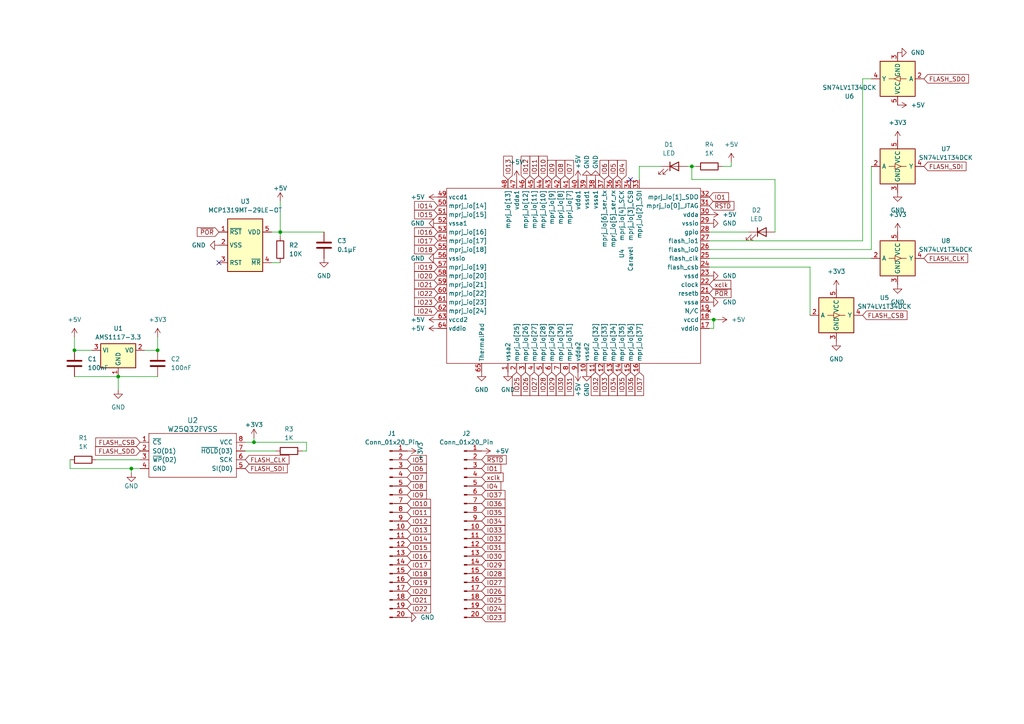
<source format=kicad_sch>
(kicad_sch (version 20230121) (generator eeschema)
  (paper "A4")
  (lib_symbols
    (symbol "Caravel_board:Caravel"
      (property "Reference" "U" (at 0 0 0))
      (property "Value" "Caravel" (at 0 0 0))
      (symbol "Caravel_0_1"
        (rectangle (start -26.67 40.64) (end 24.13 -33.02))
      )
      (symbol "Caravel_1_1"
        (pin power_in line (at -29.21 22.86 0) (length 2.54) (name "vssa2") (number "1"))
        (pin power_in line (at -29.21 0 0) (length 2.54) (name "vssd2") (number "10"))
        (pin bidirectional line (at -29.21 -2.54 0) (length 2.54) (name "mprj_io[32]") (number "11"))
        (pin bidirectional line (at -29.21 -5.08 0) (length 2.54) (name "mprj_io[33]") (number "12"))
        (pin bidirectional line (at -29.21 -7.62 0) (length 2.54) (name "mprj_io[34]") (number "13"))
        (pin bidirectional line (at -29.21 -10.16 0) (length 2.54) (name "mprj_io[35]") (number "14"))
        (pin bidirectional line (at -29.21 -12.7 0) (length 2.54) (name "mprj_io[36]") (number "15"))
        (pin bidirectional line (at -29.21 -15.24 0) (length 2.54) (name "mprj_io[37]") (number "16"))
        (pin power_in line (at -16.51 -35.56 90) (length 2.54) (name "vddio") (number "17"))
        (pin power_in line (at -13.97 -35.56 90) (length 2.54) (name "vccd") (number "18"))
        (pin no_connect line (at -11.43 -35.56 90) (length 2.54) (name "N/C") (number "19"))
        (pin bidirectional line (at -29.21 20.32 0) (length 2.54) (name "mprj_io[25]") (number "2"))
        (pin power_in line (at -8.89 -35.56 90) (length 2.54) (name "vssa") (number "20"))
        (pin input line (at -6.35 -35.56 90) (length 2.54) (name "resetb") (number "21"))
        (pin input line (at -3.81 -35.56 90) (length 2.54) (name "clock") (number "22"))
        (pin power_in line (at -1.27 -35.56 90) (length 2.54) (name "vssd") (number "23"))
        (pin output line (at 1.27 -35.56 90) (length 2.54) (name "flash_csb") (number "24"))
        (pin output line (at 3.81 -35.56 90) (length 2.54) (name "flash_clk") (number "25"))
        (pin bidirectional line (at 6.35 -35.56 90) (length 2.54) (name "flash_io0") (number "26"))
        (pin bidirectional line (at 8.89 -35.56 90) (length 2.54) (name "flash_io1") (number "27"))
        (pin bidirectional line (at 11.43 -35.56 90) (length 2.54) (name "gpio") (number "28"))
        (pin power_in line (at 13.97 -35.56 90) (length 2.54) (name "vssio") (number "29"))
        (pin bidirectional line (at -29.21 17.78 0) (length 2.54) (name "mprj_io[26]") (number "3"))
        (pin power_in line (at 16.51 -35.56 90) (length 2.54) (name "vdda") (number "30"))
        (pin bidirectional line (at 19.05 -35.56 90) (length 2.54) (name "mprj_io[0]_JTAG") (number "31"))
        (pin bidirectional line (at 21.59 -35.56 90) (length 2.54) (name "mprj_io[1]_SDO") (number "32"))
        (pin bidirectional line (at 26.67 -15.24 180) (length 2.54) (name "mprj_io[2]_SDI") (number "33"))
        (pin bidirectional line (at 26.67 -12.7 180) (length 2.54) (name "mprj_io[3]_CSB") (number "34"))
        (pin bidirectional line (at 26.67 -10.16 180) (length 2.54) (name "mprj_io[4]_SCK") (number "35"))
        (pin bidirectional line (at 26.67 -7.62 180) (length 2.54) (name "mprj_io[5]_ser_rx") (number "36"))
        (pin bidirectional line (at 26.67 -5.08 180) (length 2.54) (name "mprj_io[6]_ser_tx") (number "37"))
        (pin power_in line (at 26.67 -2.54 180) (length 2.54) (name "vssa1") (number "38"))
        (pin power_in line (at 26.67 0 180) (length 2.54) (name "vssd1") (number "39"))
        (pin bidirectional line (at -29.21 15.24 0) (length 2.54) (name "mprj_io[27]") (number "4"))
        (pin power_in line (at 26.67 2.54 180) (length 2.54) (name "vdda1") (number "40"))
        (pin bidirectional line (at 26.67 5.08 180) (length 2.54) (name "mprj_io[7]") (number "41"))
        (pin bidirectional line (at 26.67 7.62 180) (length 2.54) (name "mprj_io[8]") (number "42"))
        (pin bidirectional line (at 26.67 10.16 180) (length 2.54) (name "mprj_io[9]") (number "43"))
        (pin bidirectional line (at 26.67 12.7 180) (length 2.54) (name "mprj_io[10]") (number "44"))
        (pin bidirectional line (at 26.67 15.24 180) (length 2.54) (name "mprj_io[11]") (number "45"))
        (pin bidirectional line (at 26.67 17.78 180) (length 2.54) (name "mprj_io[12]") (number "46"))
        (pin power_in line (at 26.67 20.32 180) (length 2.54) (name "vdda1") (number "47"))
        (pin bidirectional line (at 26.67 22.86 180) (length 2.54) (name "mprj_io[13]") (number "48"))
        (pin power_in line (at 21.59 43.18 270) (length 2.54) (name "vccd1") (number "49"))
        (pin bidirectional line (at -29.21 12.7 0) (length 2.54) (name "mprj_io[28]") (number "5"))
        (pin bidirectional line (at 19.05 43.18 270) (length 2.54) (name "mprj_io[14]") (number "50"))
        (pin bidirectional line (at 16.51 43.18 270) (length 2.54) (name "mprj_io[15]") (number "51"))
        (pin power_in line (at 13.97 43.18 270) (length 2.54) (name "vssa1") (number "52"))
        (pin bidirectional line (at 11.43 43.18 270) (length 2.54) (name "mprj_io[16]") (number "53"))
        (pin bidirectional line (at 8.89 43.18 270) (length 2.54) (name "mprj_io[17]") (number "54"))
        (pin bidirectional line (at 6.35 43.18 270) (length 2.54) (name "mprj_io[18]") (number "55"))
        (pin power_in line (at 3.81 43.18 270) (length 2.54) (name "vssio") (number "56"))
        (pin bidirectional line (at 1.27 43.18 270) (length 2.54) (name "mprj_io[19]") (number "57"))
        (pin bidirectional line (at -1.27 43.18 270) (length 2.54) (name "mprj_io[20]") (number "58"))
        (pin bidirectional line (at -3.81 43.18 270) (length 2.54) (name "mprj_io[21]") (number "59"))
        (pin bidirectional line (at -29.21 10.16 0) (length 2.54) (name "mprj_io[29]") (number "6"))
        (pin bidirectional line (at -6.35 43.18 270) (length 2.54) (name "mprj_io[22]") (number "60"))
        (pin bidirectional line (at -8.89 43.18 270) (length 2.54) (name "mprj_io[23]") (number "61"))
        (pin bidirectional line (at -11.43 43.18 270) (length 2.54) (name "mprj_io[24]") (number "62"))
        (pin power_in line (at -13.97 43.18 270) (length 2.54) (name "vccd2") (number "63"))
        (pin power_in line (at -16.51 43.18 270) (length 2.54) (name "vddio") (number "64"))
        (pin power_in line (at -29.21 30.48 0) (length 2.54) (name "ThermalPad") (number "65"))
        (pin bidirectional line (at -29.21 7.62 0) (length 2.54) (name "mprj_io[30]") (number "7"))
        (pin bidirectional line (at -29.21 5.08 0) (length 2.54) (name "mprj_io[31]") (number "8"))
        (pin power_in line (at -29.21 2.54 0) (length 2.54) (name "vdda2") (number "9"))
      )
    )
    (symbol "Connector:Conn_01x20_Pin" (pin_names (offset 1.016) hide)
      (property "Reference" "J" (at 0 25.4 0))
      (property "Value" "Conn_01x20_Pin" (at 0 -27.94 0))
      (symbol "Conn_01x20_Pin_1_1"
        (polyline (pts (xy 1.27 -25.4) (xy 0.8636 -25.4)) (stroke (width 0.1524)))
        (polyline (pts (xy 1.27 -22.86) (xy 0.8636 -22.86)) (stroke (width 0.1524)))
        (polyline (pts (xy 1.27 -20.32) (xy 0.8636 -20.32)) (stroke (width 0.1524)))
        (polyline (pts (xy 1.27 -17.78) (xy 0.8636 -17.78)) (stroke (width 0.1524)))
        (polyline (pts (xy 1.27 -15.24) (xy 0.8636 -15.24)) (stroke (width 0.1524)))
        (polyline (pts (xy 1.27 -12.7) (xy 0.8636 -12.7)) (stroke (width 0.1524)))
        (polyline (pts (xy 1.27 -10.16) (xy 0.8636 -10.16)) (stroke (width 0.1524)))
        (polyline (pts (xy 1.27 -7.62) (xy 0.8636 -7.62)) (stroke (width 0.1524)))
        (polyline (pts (xy 1.27 -5.08) (xy 0.8636 -5.08)) (stroke (width 0.1524)))
        (polyline (pts (xy 1.27 -2.54) (xy 0.8636 -2.54)) (stroke (width 0.1524)))
        (polyline (pts (xy 1.27 0) (xy 0.8636 0)) (stroke (width 0.1524)))
        (polyline (pts (xy 1.27 2.54) (xy 0.8636 2.54)) (stroke (width 0.1524)))
        (polyline (pts (xy 1.27 5.08) (xy 0.8636 5.08)) (stroke (width 0.1524)))
        (polyline (pts (xy 1.27 7.62) (xy 0.8636 7.62)) (stroke (width 0.1524)))
        (polyline (pts (xy 1.27 10.16) (xy 0.8636 10.16)) (stroke (width 0.1524)))
        (polyline (pts (xy 1.27 12.7) (xy 0.8636 12.7)) (stroke (width 0.1524)))
        (polyline (pts (xy 1.27 15.24) (xy 0.8636 15.24)) (stroke (width 0.1524)))
        (polyline (pts (xy 1.27 17.78) (xy 0.8636 17.78)) (stroke (width 0.1524)))
        (polyline (pts (xy 1.27 20.32) (xy 0.8636 20.32)) (stroke (width 0.1524)))
        (polyline (pts (xy 1.27 22.86) (xy 0.8636 22.86)) (stroke (width 0.1524)))
        (rectangle (start 0.8636 -25.273) (end 0 -25.527) (stroke (width 0.1524)) (fill (type outline)))
        (rectangle (start 0.8636 -22.733) (end 0 -22.987) (stroke (width 0.1524)) (fill (type outline)))
        (rectangle (start 0.8636 -20.193) (end 0 -20.447) (stroke (width 0.1524)) (fill (type outline)))
        (rectangle (start 0.8636 -17.653) (end 0 -17.907) (stroke (width 0.1524)) (fill (type outline)))
        (rectangle (start 0.8636 -15.113) (end 0 -15.367) (stroke (width 0.1524)) (fill (type outline)))
        (rectangle (start 0.8636 -12.573) (end 0 -12.827) (stroke (width 0.1524)) (fill (type outline)))
        (rectangle (start 0.8636 -10.033) (end 0 -10.287) (stroke (width 0.1524)) (fill (type outline)))
        (rectangle (start 0.8636 -7.493) (end 0 -7.747) (stroke (width 0.1524)) (fill (type outline)))
        (rectangle (start 0.8636 -4.953) (end 0 -5.207) (stroke (width 0.1524)) (fill (type outline)))
        (rectangle (start 0.8636 -2.413) (end 0 -2.667) (stroke (width 0.1524)) (fill (type outline)))
        (rectangle (start 0.8636 0.127) (end 0 -0.127) (stroke (width 0.1524)) (fill (type outline)))
        (rectangle (start 0.8636 2.667) (end 0 2.413) (stroke (width 0.1524)) (fill (type outline)))
        (rectangle (start 0.8636 5.207) (end 0 4.953) (stroke (width 0.1524)) (fill (type outline)))
        (rectangle (start 0.8636 7.747) (end 0 7.493) (stroke (width 0.1524)) (fill (type outline)))
        (rectangle (start 0.8636 10.287) (end 0 10.033) (stroke (width 0.1524)) (fill (type outline)))
        (rectangle (start 0.8636 12.827) (end 0 12.573) (stroke (width 0.1524)) (fill (type outline)))
        (rectangle (start 0.8636 15.367) (end 0 15.113) (stroke (width 0.1524)) (fill (type outline)))
        (rectangle (start 0.8636 17.907) (end 0 17.653) (stroke (width 0.1524)) (fill (type outline)))
        (rectangle (start 0.8636 20.447) (end 0 20.193) (stroke (width 0.1524)) (fill (type outline)))
        (rectangle (start 0.8636 22.987) (end 0 22.733) (stroke (width 0.1524)) (fill (type outline)))
        (pin passive line (at 5.08 22.86 180) (length 3.81) (name "Pin_1") (number "1"))
        (pin passive line (at 5.08 0 180) (length 3.81) (name "Pin_10") (number "10"))
        (pin passive line (at 5.08 -2.54 180) (length 3.81) (name "Pin_11") (number "11"))
        (pin passive line (at 5.08 -5.08 180) (length 3.81) (name "Pin_12") (number "12"))
        (pin passive line (at 5.08 -7.62 180) (length 3.81) (name "Pin_13") (number "13"))
        (pin passive line (at 5.08 -10.16 180) (length 3.81) (name "Pin_14") (number "14"))
        (pin passive line (at 5.08 -12.7 180) (length 3.81) (name "Pin_15") (number "15"))
        (pin passive line (at 5.08 -15.24 180) (length 3.81) (name "Pin_16") (number "16"))
        (pin passive line (at 5.08 -17.78 180) (length 3.81) (name "Pin_17") (number "17"))
        (pin passive line (at 5.08 -20.32 180) (length 3.81) (name "Pin_18") (number "18"))
        (pin passive line (at 5.08 -22.86 180) (length 3.81) (name "Pin_19") (number "19"))
        (pin passive line (at 5.08 20.32 180) (length 3.81) (name "Pin_2") (number "2"))
        (pin passive line (at 5.08 -25.4 180) (length 3.81) (name "Pin_20") (number "20"))
        (pin passive line (at 5.08 17.78 180) (length 3.81) (name "Pin_3") (number "3"))
        (pin passive line (at 5.08 15.24 180) (length 3.81) (name "Pin_4") (number "4"))
        (pin passive line (at 5.08 12.7 180) (length 3.81) (name "Pin_5") (number "5"))
        (pin passive line (at 5.08 10.16 180) (length 3.81) (name "Pin_6") (number "6"))
        (pin passive line (at 5.08 7.62 180) (length 3.81) (name "Pin_7") (number "7"))
        (pin passive line (at 5.08 5.08 180) (length 3.81) (name "Pin_8") (number "8"))
        (pin passive line (at 5.08 2.54 180) (length 3.81) (name "Pin_9") (number "9"))
      )
    )
    (symbol "Device:C" (pin_numbers hide) (pin_names (offset 0.254))
      (property "Reference" "C" (at 0.635 2.54 0))
      (property "Value" "C" (at 0.635 -2.54 0))
      (symbol "C_0_1"
        (polyline (pts (xy -2.032 -0.762) (xy 2.032 -0.762)) (stroke (width 0.508)))
        (polyline (pts (xy -2.032 0.762) (xy 2.032 0.762)) (stroke (width 0.508)))
      )
      (symbol "C_1_1"
        (pin passive line (at 0 3.81 270) (length 2.794) (name "~") (number "1"))
        (pin passive line (at 0 -3.81 90) (length 2.794) (name "~") (number "2"))
      )
    )
    (symbol "Device:LED" (pin_numbers hide) (pin_names (offset 1.016) hide)
      (property "Reference" "D" (at 0 2.54 0))
      (property "Value" "LED" (at 0 -2.54 0))
      (symbol "LED_0_1"
        (polyline (pts (xy -1.27 -1.27) (xy -1.27 1.27)) (stroke (width 0.254)))
        (polyline (pts (xy -1.27 0) (xy 1.27 0)))
        (polyline (pts (xy 1.27 -1.27) (xy 1.27 1.27) (xy -1.27 0) (xy 1.27 -1.27)) (stroke (width 0.254)))
        (polyline (pts (xy -3.048 -0.762) (xy -4.572 -2.286) (xy -3.81 -2.286) (xy -4.572 -2.286) (xy -4.572 -1.524)))
        (polyline (pts (xy -1.778 -0.762) (xy -3.302 -2.286) (xy -2.54 -2.286) (xy -3.302 -2.286) (xy -3.302 -1.524)))
      )
      (symbol "LED_1_1"
        (pin passive line (at -3.81 0 0) (length 2.54) (name "K") (number "1"))
        (pin passive line (at 3.81 0 180) (length 2.54) (name "A") (number "2"))
      )
    )
    (symbol "Device:R" (pin_numbers hide) (pin_names (offset 0))
      (property "Reference" "R" (at 2.032 0 90))
      (property "Value" "R" (at 0 0 90))
      (symbol "R_0_1"
        (rectangle (start -1.016 -2.54) (end 1.016 2.54) (stroke (width 0.254)))
      )
      (symbol "R_1_1"
        (pin passive line (at 0 3.81 270) (length 1.27) (name "~") (number "1"))
        (pin passive line (at 0 -3.81 90) (length 1.27) (name "~") (number "2"))
      )
    )
    (symbol "Logic_LevelTranslator:SN74LV1T34DCK"
      (property "Reference" "U" (at 5.08 6.35 0))
      (property "Value" "SN74LV1T34DCK" (at 5.08 3.81 0))
      (symbol "SN74LV1T34DCK_0_1"
        (rectangle (start -5.08 5.08) (end 5.08 -5.08) (stroke (width 0.254)) (fill (type background)))
        (polyline (pts (xy -0.762 0) (xy -2.54 0)))
        (polyline (pts (xy 1.016 0) (xy 2.54 0)))
      )
      (symbol "SN74LV1T34DCK_1_1"
        (polyline (pts (xy -0.762 -0.762) (xy -0.762 0.762) (xy 1.016 0) (xy -0.762 -0.762)))
        (pin no_connect line (at -5.08 2.54 0) (length 2.54) hide (name "NC") (number "1"))
        (pin input line (at -7.62 0 0) (length 2.54) (name "A") (number "2"))
        (pin power_in line (at 0 -7.62 90) (length 2.54) (name "GND") (number "3"))
        (pin output line (at 7.62 0 180) (length 2.54) (name "Y") (number "4"))
        (pin power_in line (at 0 7.62 270) (length 2.54) (name "VCC") (number "5"))
      )
    )
    (symbol "Regulator_Linear:AMS1117-3.3"
      (property "Reference" "U" (at -3.81 3.175 0))
      (property "Value" "AMS1117-3.3" (at 0 3.175 0))
      (symbol "AMS1117-3.3_0_1"
        (rectangle (start -5.08 -5.08) (end 5.08 1.905) (stroke (width 0.254)) (fill (type background)))
      )
      (symbol "AMS1117-3.3_1_1"
        (pin power_in line (at 0 -7.62 90) (length 2.54) (name "GND") (number "1"))
        (pin power_out line (at 7.62 0 180) (length 2.54) (name "VO") (number "2"))
        (pin power_in line (at -7.62 0 0) (length 2.54) (name "VI") (number "3"))
      )
    )
    (symbol "caravel:MCP1319MT-29LE-OT"
      (property "Reference" "U" (at -5.08 8.89 0))
      (property "Value" "MCP1319MT-29LE-OT" (at 8.89 8.89 0))
      (symbol "MCP1319MT-29LE-OT_0_1"
        (rectangle (start 5.08 7.62) (end -5.08 -7.62) (stroke (width 0.254)) (fill (type background)))
      )
      (symbol "MCP1319MT-29LE-OT_1_1"
        (pin output line (at -7.62 3.81 0) (length 2.54) (name "~{RST}") (number "1"))
        (pin power_in line (at -7.62 0 0) (length 2.54) (name "VSS") (number "2"))
        (pin output line (at -7.62 -5.08 0) (length 2.54) (name "RST") (number "3"))
        (pin input line (at 7.62 -5.08 180) (length 2.54) (name "~{MR}") (number "4"))
        (pin power_in line (at 7.62 3.81 180) (length 2.54) (name "VDD") (number "5"))
      )
    )
    (symbol "caravel:W25Q32FVSS" (pin_names (offset 1.016))
      (property "Reference" "U" (at -12.7 5.334 0))
      (property "Value" "W25Q32FVSS" (at -12.7 -7.874 0))
      (symbol "W25Q32FVSS_1_0"
        (polyline (pts (xy -12.7 -7.62) (xy -12.7 5.08)))
        (polyline (pts (xy -12.7 5.08) (xy 12.7 5.08)))
        (polyline (pts (xy 12.7 -7.62) (xy -12.7 -7.62)))
        (polyline (pts (xy 12.7 5.08) (xy 12.7 -7.62)))
        (pin input line (at -15.24 2.54 0) (length 2.54) (name "~{CS}") (number "1"))
        (pin bidirectional line (at -15.24 0 0) (length 2.54) (name "SO(D1)") (number "2"))
        (pin bidirectional line (at -15.24 -2.54 0) (length 2.54) (name "~{WP}(D2)") (number "3"))
        (pin power_in line (at -15.24 -5.08 0) (length 2.54) (name "GND") (number "4"))
        (pin bidirectional line (at 15.24 -5.08 180) (length 2.54) (name "SI(D0)") (number "5"))
        (pin bidirectional line (at 15.24 -2.54 180) (length 2.54) (name "SCK") (number "6"))
        (pin bidirectional line (at 15.24 0 180) (length 2.54) (name "~{HOLD}(D3)") (number "7"))
        (pin power_in line (at 15.24 2.54 180) (length 2.54) (name "VCC") (number "8"))
      )
    )
    (symbol "power:+3V3" (power) (pin_names (offset 0))
      (property "Value" "+3V3" (at 0 3.556 0))
      (symbol "+3V3_0_1"
        (polyline (pts (xy -0.762 1.27) (xy 0 2.54)))
        (polyline (pts (xy 0 0) (xy 0 2.54)))
        (polyline (pts (xy 0 2.54) (xy 0.762 1.27)))
      )
      (symbol "+3V3_1_1"
        (pin power_in line (at 0 0 90) (length 0) hide (name "+3V3") (number "1"))
      )
    )
    (symbol "power:+5V" (power) (pin_names (offset 0))
      (property "Value" "+5V" (at 0 3.556 0))
      (symbol "+5V_0_1"
        (polyline (pts (xy -0.762 1.27) (xy 0 2.54)))
        (polyline (pts (xy 0 0) (xy 0 2.54)))
        (polyline (pts (xy 0 2.54) (xy 0.762 1.27)))
      )
      (symbol "+5V_1_1"
        (pin power_in line (at 0 0 90) (length 0) hide (name "+5V") (number "1"))
      )
    )
    (symbol "power:GND" (power) (pin_names (offset 0))
      (property "Value" "GND" (at 0 -3.81 0))
      (symbol "GND_0_1"
        (polyline (pts (xy 0 0) (xy 0 -1.27) (xy 1.27 -1.27) (xy 0 -2.54) (xy -1.27 -1.27) (xy 0 -1.27)))
      )
      (symbol "GND_1_1"
        (pin power_in line (at 0 0 270) (length 0) hide (name "GND") (number "1"))
      )
    )
  )
  (junction (at 21.59 101.6))
  (junction (at 200.66 48.26))
  (junction (at 45.72 101.6))
  (junction (at 38.1 135.89))
  (junction (at 207.01 92.71))
  (junction (at 73.66 128.27))
  (junction (at 81.28 67.31))
  (junction (at 34.29 109.22))
  (no_connect (at 182.88 52.07))
  (no_connect (at 63.5 76.2))
  (wire (pts (xy 45.72 97.79) (xy 45.72 101.6)))
  (wire (pts (xy 205.74 92.71) (xy 207.01 92.71)))
  (wire (pts (xy 81.28 67.31) (xy 93.98 67.31)))
  (wire (pts (xy 87.63 130.81) (xy 88.9 130.81)))
  (wire (pts (xy 27.94 133.35) (xy 40.64 133.35)))
  (wire (pts (xy 45.72 101.6) (xy 41.91 101.6)))
  (wire (pts (xy 81.28 68.58) (xy 81.28 67.31)))
  (wire (pts (xy 81.28 67.31) (xy 78.74 67.31)))
  (wire (pts (xy 81.28 58.42) (xy 81.28 67.31)))
  (wire (pts (xy 73.66 128.27) (xy 88.9 128.27)))
  (wire (pts (xy 200.66 52.07) (xy 200.66 48.26)))
  (wire (pts (xy 185.42 48.26) (xy 185.42 52.07)))
  (wire (pts (xy 205.74 77.47) (xy 234.95 77.47)))
  (wire (pts (xy 205.74 95.25) (xy 207.01 95.25)))
  (wire (pts (xy 20.32 133.35) (xy 20.32 135.89)))
  (wire (pts (xy 38.1 137.16) (xy 38.1 135.89)))
  (wire (pts (xy 21.59 97.79) (xy 21.59 101.6)))
  (wire (pts (xy 205.74 67.31) (xy 217.17 67.31)))
  (wire (pts (xy 34.29 109.22) (xy 34.29 113.03)))
  (wire (pts (xy 71.12 128.27) (xy 73.66 128.27)))
  (wire (pts (xy 250.19 22.86) (xy 250.19 69.85)))
  (wire (pts (xy 252.73 72.39) (xy 205.74 72.39)))
  (wire (pts (xy 250.19 69.85) (xy 205.74 69.85)))
  (wire (pts (xy 207.01 95.25) (xy 207.01 92.71)))
  (wire (pts (xy 71.12 130.81) (xy 80.01 130.81)))
  (wire (pts (xy 212.09 46.99) (xy 212.09 48.26)))
  (wire (pts (xy 38.1 135.89) (xy 40.64 135.89)))
  (wire (pts (xy 73.66 127) (xy 73.66 128.27)))
  (wire (pts (xy 21.59 101.6) (xy 26.67 101.6)))
  (wire (pts (xy 199.39 48.26) (xy 200.66 48.26)))
  (wire (pts (xy 191.77 48.26) (xy 185.42 48.26)))
  (wire (pts (xy 234.95 77.47) (xy 234.95 91.44)))
  (wire (pts (xy 224.79 52.07) (xy 200.66 52.07)))
  (wire (pts (xy 212.09 48.26) (xy 209.55 48.26)))
  (wire (pts (xy 205.74 74.93) (xy 252.73 74.93)))
  (wire (pts (xy 88.9 130.81) (xy 88.9 128.27)))
  (wire (pts (xy 200.66 48.26) (xy 201.93 48.26)))
  (wire (pts (xy 224.79 67.31) (xy 224.79 52.07)))
  (wire (pts (xy 21.59 109.22) (xy 34.29 109.22)))
  (wire (pts (xy 207.01 92.71) (xy 208.28 92.71)))
  (wire (pts (xy 20.32 135.89) (xy 38.1 135.89)))
  (wire (pts (xy 78.74 76.2) (xy 81.28 76.2)))
  (wire (pts (xy 252.73 48.26) (xy 252.73 72.39)))
  (wire (pts (xy 34.29 109.22) (xy 45.72 109.22)))
  (wire (pts (xy 252.73 22.86) (xy 250.19 22.86)))
  (global_label "IO14" (shape input) (at 127 59.69 180) (property "Intersheetrefs" "${INTERSHEET_REFS}" (effects hide)))
  (global_label "FLASH_SDI" (shape input) (at 267.97 48.26 0) (property "Intersheetrefs" "${INTERSHEET_REFS}" (effects hide)))
  (global_label "FLASH_CLK" (shape input) (at 267.97 74.93 0) (property "Intersheetrefs" "${INTERSHEET_REFS}" (effects hide)))
  (global_label "IO27" (shape input) (at 139.7 168.91 0) (property "Intersheetrefs" "${INTERSHEET_REFS}" (effects hide)))
  (global_label "IO11" (shape input) (at 154.94 52.07 90) (property "Intersheetrefs" "${INTERSHEET_REFS}" (effects hide)))
  (global_label "IO33" (shape input) (at 175.26 107.95 270) (property "Intersheetrefs" "${INTERSHEET_REFS}" (effects hide)))
  (global_label "IO10" (shape input) (at 157.48 52.07 90) (property "Intersheetrefs" "${INTERSHEET_REFS}" (effects hide)))
  (global_label "IO32" (shape input) (at 139.7 156.21 0) (property "Intersheetrefs" "${INTERSHEET_REFS}" (effects hide)))
  (global_label "IO24" (shape input) (at 127 90.17 180) (property "Intersheetrefs" "${INTERSHEET_REFS}" (effects hide)))
  (global_label "IO21" (shape input) (at 127 82.55 180) (property "Intersheetrefs" "${INTERSHEET_REFS}" (effects hide)))
  (global_label "xclk" (shape input) (at 205.74 82.55 0) (property "Intersheetrefs" "${INTERSHEET_REFS}" (effects hide)))
  (global_label "IO29" (shape input) (at 160.02 107.95 270) (property "Intersheetrefs" "${INTERSHEET_REFS}" (effects hide)))
  (global_label "IO36" (shape input) (at 139.7 146.05 0) (property "Intersheetrefs" "${INTERSHEET_REFS}" (effects hide)))
  (global_label "IO11" (shape input) (at 118.11 148.59 0) (property "Intersheetrefs" "${INTERSHEET_REFS}" (effects hide)))
  (global_label "IO20" (shape input) (at 127 80.01 180) (property "Intersheetrefs" "${INTERSHEET_REFS}" (effects hide)))
  (global_label "~{RSTD}" (shape input) (at 139.7 133.35 0) (property "Intersheetrefs" "${INTERSHEET_REFS}" (effects hide)))
  (global_label "IO37" (shape input) (at 185.42 107.95 270) (property "Intersheetrefs" "${INTERSHEET_REFS}" (effects hide)))
  (global_label "IO16" (shape input) (at 118.11 161.29 0) (property "Intersheetrefs" "${INTERSHEET_REFS}" (effects hide)))
  (global_label "IO1" (shape input) (at 139.7 135.89 0) (property "Intersheetrefs" "${INTERSHEET_REFS}" (effects hide)))
  (global_label "IO12" (shape input) (at 152.4 52.07 90) (property "Intersheetrefs" "${INTERSHEET_REFS}" (effects hide)))
  (global_label "~{POR}" (shape input) (at 63.5 67.31 180) (property "Intersheetrefs" "${INTERSHEET_REFS}" (effects hide)))
  (global_label "IO23" (shape input) (at 139.7 179.07 0) (property "Intersheetrefs" "${INTERSHEET_REFS}" (effects hide)))
  (global_label "IO19" (shape input) (at 127 77.47 180) (property "Intersheetrefs" "${INTERSHEET_REFS}" (effects hide)))
  (global_label "IO34" (shape input) (at 177.8 107.95 270) (property "Intersheetrefs" "${INTERSHEET_REFS}" (effects hide)))
  (global_label "IO18" (shape input) (at 127 72.39 180) (property "Intersheetrefs" "${INTERSHEET_REFS}" (effects hide)))
  (global_label "IO1" (shape input) (at 205.74 57.15 0) (property "Intersheetrefs" "${INTERSHEET_REFS}" (effects hide)))
  (global_label "IO24" (shape input) (at 139.7 176.53 0) (property "Intersheetrefs" "${INTERSHEET_REFS}" (effects hide)))
  (global_label "IO31" (shape input) (at 139.7 158.75 0) (property "Intersheetrefs" "${INTERSHEET_REFS}" (effects hide)))
  (global_label "IO34" (shape input) (at 139.7 151.13 0) (property "Intersheetrefs" "${INTERSHEET_REFS}" (effects hide)))
  (global_label "IO27" (shape input) (at 154.94 107.95 270) (property "Intersheetrefs" "${INTERSHEET_REFS}" (effects hide)))
  (global_label "IO19" (shape input) (at 118.11 168.91 0) (property "Intersheetrefs" "${INTERSHEET_REFS}" (effects hide)))
  (global_label "IO5" (shape input) (at 118.11 133.35 0) (property "Intersheetrefs" "${INTERSHEET_REFS}" (effects hide)))
  (global_label "FLASH_CSB" (shape input) (at 250.19 91.44 0) (property "Intersheetrefs" "${INTERSHEET_REFS}" (effects hide)))
  (global_label "FLASH_SDO" (shape input) (at 267.97 22.86 0) (property "Intersheetrefs" "${INTERSHEET_REFS}" (effects hide)))
  (global_label "IO8" (shape input) (at 162.56 52.07 90) (property "Intersheetrefs" "${INTERSHEET_REFS}" (effects hide)))
  (global_label "FLASH_CSB" (shape input) (at 40.64 128.27 180) (property "Intersheetrefs" "${INTERSHEET_REFS}" (effects hide)))
  (global_label "IO31" (shape input) (at 165.1 107.95 270) (property "Intersheetrefs" "${INTERSHEET_REFS}" (effects hide)))
  (global_label "IO4" (shape input) (at 180.34 52.07 90) (property "Intersheetrefs" "${INTERSHEET_REFS}" (effects hide)))
  (global_label "IO14" (shape input) (at 118.11 156.21 0) (property "Intersheetrefs" "${INTERSHEET_REFS}" (effects hide)))
  (global_label "IO17" (shape input) (at 118.11 163.83 0) (property "Intersheetrefs" "${INTERSHEET_REFS}" (effects hide)))
  (global_label "IO13" (shape input) (at 147.32 52.07 90) (property "Intersheetrefs" "${INTERSHEET_REFS}" (effects hide)))
  (global_label "IO15" (shape input) (at 118.11 158.75 0) (property "Intersheetrefs" "${INTERSHEET_REFS}" (effects hide)))
  (global_label "IO21" (shape input) (at 118.11 173.99 0) (property "Intersheetrefs" "${INTERSHEET_REFS}" (effects hide)))
  (global_label "IO28" (shape input) (at 139.7 166.37 0) (property "Intersheetrefs" "${INTERSHEET_REFS}" (effects hide)))
  (global_label "IO32" (shape input) (at 172.72 107.95 270) (property "Intersheetrefs" "${INTERSHEET_REFS}" (effects hide)))
  (global_label "~{RSTD}" (shape input) (at 205.74 59.69 0) (property "Intersheetrefs" "${INTERSHEET_REFS}" (effects hide)))
  (global_label "IO22" (shape input) (at 127 85.09 180) (property "Intersheetrefs" "${INTERSHEET_REFS}" (effects hide)))
  (global_label "FLASH_CLK" (shape input) (at 71.12 133.35 0) (property "Intersheetrefs" "${INTERSHEET_REFS}" (effects hide)))
  (global_label "IO28" (shape input) (at 157.48 107.95 270) (property "Intersheetrefs" "${INTERSHEET_REFS}" (effects hide)))
  (global_label "IO9" (shape input) (at 160.02 52.07 90) (property "Intersheetrefs" "${INTERSHEET_REFS}" (effects hide)))
  (global_label "IO26" (shape input) (at 152.4 107.95 270) (property "Intersheetrefs" "${INTERSHEET_REFS}" (effects hide)))
  (global_label "IO20" (shape input) (at 118.11 171.45 0) (property "Intersheetrefs" "${INTERSHEET_REFS}" (effects hide)))
  (global_label "IO33" (shape input) (at 139.7 153.67 0) (property "Intersheetrefs" "${INTERSHEET_REFS}" (effects hide)))
  (global_label "FLASH_SDI" (shape input) (at 71.12 135.89 0) (property "Intersheetrefs" "${INTERSHEET_REFS}" (effects hide)))
  (global_label "IO16" (shape input) (at 127 67.31 180) (property "Intersheetrefs" "${INTERSHEET_REFS}" (effects hide)))
  (global_label "FLASH_SDO" (shape input) (at 40.64 130.81 180) (property "Intersheetrefs" "${INTERSHEET_REFS}" (effects hide)))
  (global_label "IO15" (shape input) (at 127 62.23 180) (property "Intersheetrefs" "${INTERSHEET_REFS}" (effects hide)))
  (global_label "IO12" (shape input) (at 118.11 151.13 0) (property "Intersheetrefs" "${INTERSHEET_REFS}" (effects hide)))
  (global_label "IO22" (shape input) (at 118.11 176.53 0) (property "Intersheetrefs" "${INTERSHEET_REFS}" (effects hide)))
  (global_label "IO6" (shape input) (at 118.11 135.89 0) (property "Intersheetrefs" "${INTERSHEET_REFS}" (effects hide)))
  (global_label "IO35" (shape input) (at 139.7 148.59 0) (property "Intersheetrefs" "${INTERSHEET_REFS}" (effects hide)))
  (global_label "IO13" (shape input) (at 118.11 153.67 0) (property "Intersheetrefs" "${INTERSHEET_REFS}" (effects hide)))
  (global_label "IO25" (shape input) (at 149.86 107.95 270) (property "Intersheetrefs" "${INTERSHEET_REFS}" (effects hide)))
  (global_label "IO9" (shape input) (at 118.11 143.51 0) (property "Intersheetrefs" "${INTERSHEET_REFS}" (effects hide)))
  (global_label "IO10" (shape input) (at 118.11 146.05 0) (property "Intersheetrefs" "${INTERSHEET_REFS}" (effects hide)))
  (global_label "IO37" (shape input) (at 139.7 143.51 0) (property "Intersheetrefs" "${INTERSHEET_REFS}" (effects hide)))
  (global_label "IO26" (shape input) (at 139.7 171.45 0) (property "Intersheetrefs" "${INTERSHEET_REFS}" (effects hide)))
  (global_label "~{POR}" (shape input) (at 205.74 85.09 0) (property "Intersheetrefs" "${INTERSHEET_REFS}" (effects hide)))
  (global_label "IO36" (shape input) (at 182.88 107.95 270) (property "Intersheetrefs" "${INTERSHEET_REFS}" (effects hide)))
  (global_label "IO35" (shape input) (at 180.34 107.95 270) (property "Intersheetrefs" "${INTERSHEET_REFS}" (effects hide)))
  (global_label "IO29" (shape input) (at 139.7 163.83 0) (property "Intersheetrefs" "${INTERSHEET_REFS}" (effects hide)))
  (global_label "IO7" (shape input) (at 118.11 138.43 0) (property "Intersheetrefs" "${INTERSHEET_REFS}" (effects hide)))
  (global_label "xclk" (shape input) (at 139.7 138.43 0) (property "Intersheetrefs" "${INTERSHEET_REFS}" (effects hide)))
  (global_label "IO5" (shape input) (at 177.8 52.07 90) (property "Intersheetrefs" "${INTERSHEET_REFS}" (effects hide)))
  (global_label "IO7" (shape input) (at 165.1 52.07 90) (property "Intersheetrefs" "${INTERSHEET_REFS}" (effects hide)))
  (global_label "IO23" (shape input) (at 127 87.63 180) (property "Intersheetrefs" "${INTERSHEET_REFS}" (effects hide)))
  (global_label "IO8" (shape input) (at 118.11 140.97 0) (property "Intersheetrefs" "${INTERSHEET_REFS}" (effects hide)))
  (global_label "IO4" (shape input) (at 139.7 140.97 0) (property "Intersheetrefs" "${INTERSHEET_REFS}" (effects hide)))
  (global_label "IO30" (shape input) (at 162.56 107.95 270) (property "Intersheetrefs" "${INTERSHEET_REFS}" (effects hide)))
  (global_label "IO6" (shape input) (at 175.26 52.07 90) (property "Intersheetrefs" "${INTERSHEET_REFS}" (effects hide)))
  (global_label "IO25" (shape input) (at 139.7 173.99 0) (property "Intersheetrefs" "${INTERSHEET_REFS}" (effects hide)))
  (global_label "IO18" (shape input) (at 118.11 166.37 0) (property "Intersheetrefs" "${INTERSHEET_REFS}" (effects hide)))
  (global_label "IO30" (shape input) (at 139.7 161.29 0) (property "Intersheetrefs" "${INTERSHEET_REFS}" (effects hide)))
  (global_label "IO17" (shape input) (at 127 69.85 180) (property "Intersheetrefs" "${INTERSHEET_REFS}" (effects hide)))
  (symbol (lib_id "caravel:W25Q32FVSS") (at 55.88 130.81 0) (unit 1)
    (property "Reference" "U2" (at 55.88 121.92 0) (effects (font (size 1.4986 1.4986))))
    (property "Value" "W25Q32FVSS" (at 55.88 124.46 0) (effects (font (size 1.4986 1.4986))))
    (property "Footprint" "Package_DIP:DIP-8_W7.62mm" (effects hide))
  )
  (symbol (lib_id "power:GND") (at 170.18 107.95 0) (unit 1)
    (property "Reference" "#PWR023" (effects hide))
    (property "Value" "GND" (at 170.18 113.03 90))
  )
  (symbol (lib_id "power:GND") (at 34.29 113.03 0) (unit 1)
    (property "Reference" "#PWR02" (effects hide))
    (property "Value" "GND" (at 34.29 118.11 0))
  )
  (symbol (lib_id "power:GND") (at 118.11 179.07 90) (unit 1)
    (property "Reference" "#PWR010" (effects hide))
    (property "Value" "GND" (at 121.92 179.07 90) (effects (justify right)))
  )
  (symbol (lib_id "power:+5V") (at 260.35 30.48 270) (unit 1)
    (property "Reference" "#PWR037" (effects hide))
    (property "Value" "+5V" (at 264.16 30.48 90) (effects (justify left)))
  )
  (symbol (lib_id "Device:LED") (at 195.58 48.26 0) (unit 1)
    (property "Reference" "D1" (at 193.9925 41.91 0))
    (property "Value" "LED" (at 193.9925 44.45 0))
    (property "Footprint" "LED_SMD:LED_1206_3216Metric_Pad1.42x1.75mm_HandSolder" (effects hide))
  )
  (symbol (lib_id "power:+5V") (at 212.09 46.99 0) (unit 1)
    (property "Reference" "#PWR030" (effects hide))
    (property "Value" "+5V" (at 212.09 41.91 0))
  )
  (symbol (lib_id "power:+5V") (at 167.64 52.07 0) (unit 1)
    (property "Reference" "#PWR020" (effects hide))
    (property "Value" "+5V" (at 167.64 46.99 90))
  )
  (symbol (lib_id "power:GND") (at 63.5 71.12 270) (unit 1)
    (property "Reference" "#PWR05" (effects hide))
    (property "Value" "GND" (at 59.69 71.12 90) (effects (justify right)))
  )
  (symbol (lib_id "power:+5V") (at 21.59 97.79 0) (unit 1)
    (property "Reference" "#PWR01" (effects hide))
    (property "Value" "+5V" (at 21.59 92.71 0))
  )
  (symbol (lib_id "Connector:Conn_01x20_Pin") (at 113.03 153.67 0) (unit 1)
    (property "Reference" "J1" (at 113.665 125.73 0))
    (property "Value" "Conn_01x20_Pin" (at 113.665 128.27 0))
    (property "Footprint" "Connector_PinHeader_2.54mm:PinHeader_1x20_P2.54mm_Vertical" (effects hide))
  )
  (symbol (lib_id "Device:R") (at 83.82 130.81 90) (unit 1)
    (property "Reference" "R3" (at 83.82 124.46 90))
    (property "Value" "1K" (at 83.82 127 90))
    (property "Footprint" "Resistor_SMD:R_1206_3216Metric_Pad1.30x1.75mm_HandSolder" (effects hide))
  )
  (symbol (lib_id "Device:R") (at 205.74 48.26 90) (unit 1)
    (property "Reference" "R4" (at 205.74 41.91 90))
    (property "Value" "1K" (at 205.74 44.45 90))
    (property "Footprint" "Resistor_SMD:R_1206_3216Metric_Pad1.30x1.75mm_HandSolder" (effects hide))
  )
  (symbol (lib_id "power:GND") (at 260.35 55.88 0) (unit 1)
    (property "Reference" "#PWR039" (effects hide))
    (property "Value" "GND" (at 260.35 60.96 0))
  )
  (symbol (lib_id "power:GND") (at 172.72 52.07 180) (unit 1)
    (property "Reference" "#PWR024" (effects hide))
    (property "Value" "GND" (at 172.72 46.99 90))
  )
  (symbol (lib_id "power:+3V3") (at 260.35 40.64 0) (unit 1)
    (property "Reference" "#PWR038" (effects hide))
    (property "Value" "+3V3" (at 260.35 35.56 0))
  )
  (symbol (lib_id "power:+5V") (at 127 92.71 90) (unit 1)
    (property "Reference" "#PWR014" (effects hide))
    (property "Value" "+5V" (at 123.19 92.71 90) (effects (justify left)))
  )
  (symbol (lib_id "Regulator_Linear:AMS1117-3.3") (at 34.29 101.6 0) (unit 1)
    (property "Reference" "U1" (at 34.29 95.25 0))
    (property "Value" "AMS1117-3.3" (at 34.29 97.79 0))
    (property "Footprint" "Package_TO_SOT_SMD:SOT-223-3_TabPin2" (effects hide))
    (property "Datasheet" "http://www.advanced-monolithic.com/pdf/ds1117.pdf" (effects hide))
  )
  (symbol (lib_id "power:+5V") (at 208.28 92.71 270) (unit 1)
    (property "Reference" "#PWR029" (effects hide))
    (property "Value" "+5V" (at 212.09 92.71 90) (effects (justify left)))
  )
  (symbol (lib_id "power:+3V3") (at 242.57 83.82 0) (unit 1)
    (property "Reference" "#PWR034" (effects hide))
    (property "Value" "+3V3" (at 242.57 78.74 0))
  )
  (symbol (lib_id "power:GND") (at 127 64.77 270) (unit 1)
    (property "Reference" "#PWR012" (effects hide))
    (property "Value" "GND" (at 123.19 64.77 90) (effects (justify right)))
  )
  (symbol (lib_id "power:GND") (at 205.74 80.01 90) (unit 1)
    (property "Reference" "#PWR027" (effects hide))
    (property "Value" "GND" (at 209.55 80.01 90) (effects (justify right)))
  )
  (symbol (lib_id "Logic_LevelTranslator:SN74LV1T34DCK") (at 260.35 48.26 0) (unit 1)
    (property "Reference" "U7" (at 274.32 43.18 0))
    (property "Value" "SN74LV1T34DCK" (at 274.32 45.72 0))
    (property "Footprint" "Package_TO_SOT_SMD:SOT-23-5" (effects hide))
    (property "Datasheet" "https://www.ti.com/lit/ds/symlink/sn74lv1t34.pdf" (effects hide))
  )
  (symbol (lib_id "power:GND") (at 139.7 107.95 0) (unit 1)
    (property "Reference" "#PWR016" (effects hide))
    (property "Value" "GND" (at 139.7 113.03 0))
  )
  (symbol (lib_id "Caravel_board:Caravel") (at 170.18 78.74 90) (unit 1)
    (property "Reference" "U4" (at 180.34 74.93 0) (effects (justify left)))
    (property "Value" "Caravel" (at 182.88 78.74 0) (effects (justify left)))
    (property "Footprint" "Package_DFN_QFN:QFN-64-1EP_9x9mm_P0.5mm_EP7.65x7.65mm" (effects hide))
  )
  (symbol (lib_id "power:+3V3") (at 118.11 130.81 270) (unit 1)
    (property "Reference" "#PWR09" (effects hide))
    (property "Value" "+3V3" (at 121.92 130.81 0))
  )
  (symbol (lib_id "Device:C") (at 45.72 105.41 0) (unit 1)
    (property "Reference" "C2" (at 49.53 104.14 0) (effects (justify left)))
    (property "Value" "100nF" (at 49.53 106.68 0) (effects (justify left)))
    (property "Footprint" "Capacitor_SMD:C_1206_3216Metric_Pad1.33x1.80mm_HandSolder" (effects hide))
  )
  (symbol (lib_id "Logic_LevelTranslator:SN74LV1T34DCK") (at 260.35 74.93 0) (unit 1)
    (property "Reference" "U8" (at 274.32 69.85 0))
    (property "Value" "SN74LV1T34DCK" (at 274.32 72.39 0))
    (property "Footprint" "Package_TO_SOT_SMD:SOT-23-5" (effects hide))
    (property "Datasheet" "https://www.ti.com/lit/ds/symlink/sn74lv1t34.pdf" (effects hide))
  )
  (symbol (lib_id "Device:R") (at 81.28 72.39 180) (unit 1)
    (property "Reference" "R2" (at 83.82 71.12 0) (effects (justify right)))
    (property "Value" "10K" (at 83.82 73.66 0) (effects (justify right)))
    (property "Footprint" "Resistor_SMD:R_1206_3216Metric_Pad1.30x1.75mm_HandSolder" (effects hide))
  )
  (symbol (lib_id "power:+5V") (at 149.86 52.07 0) (unit 1)
    (property "Reference" "#PWR019" (effects hide))
    (property "Value" "+5V" (at 149.86 46.99 0))
  )
  (symbol (lib_id "Device:LED") (at 220.98 67.31 0) (unit 1)
    (property "Reference" "D2" (at 219.3925 60.96 0))
    (property "Value" "LED" (at 219.3925 63.5 0))
    (property "Footprint" "LED_SMD:LED_1206_3216Metric_Pad1.42x1.75mm_HandSolder" (effects hide))
  )
  (symbol (lib_id "power:+5V") (at 205.74 62.23 270) (unit 1)
    (property "Reference" "#PWR025" (effects hide))
    (property "Value" "+5V" (at 209.55 62.23 90) (effects (justify left)))
  )
  (symbol (lib_id "power:GND") (at 242.57 99.06 0) (unit 1)
    (property "Reference" "#PWR035" (effects hide))
    (property "Value" "GND" (at 242.57 104.14 0))
  )
  (symbol (lib_id "power:+3V3") (at 45.72 97.79 0) (unit 1)
    (property "Reference" "#PWR04" (effects hide))
    (property "Value" "+3V3" (at 45.72 92.71 0))
  )
  (symbol (lib_id "power:GND") (at 38.1 137.16 0) (unit 1)
    (property "Reference" "#PWR03" (effects hide))
    (property "Value" "GND" (at 38.1 140.97 0))
  )
  (symbol (lib_id "power:GND") (at 147.32 107.95 0) (unit 1)
    (property "Reference" "#PWR018" (effects hide))
    (property "Value" "GND" (at 147.32 113.03 0))
  )
  (symbol (lib_id "power:+3V3") (at 73.66 127 0) (unit 1)
    (property "Reference" "#PWR06" (effects hide))
    (property "Value" "+3V3" (at 73.66 123.19 0))
  )
  (symbol (lib_id "power:GND") (at 205.74 64.77 90) (unit 1)
    (property "Reference" "#PWR026" (effects hide))
    (property "Value" "GND" (at 209.55 64.77 90) (effects (justify right)))
  )
  (symbol (lib_id "Logic_LevelTranslator:SN74LV1T34DCK") (at 260.35 22.86 180) (unit 1)
    (property "Reference" "U6" (at 246.38 27.94 0))
    (property "Value" "SN74LV1T34DCK" (at 246.38 25.4 0))
    (property "Footprint" "Package_TO_SOT_SMD:SOT-23-5" (effects hide))
    (property "Datasheet" "https://www.ti.com/lit/ds/symlink/sn74lv1t34.pdf" (effects hide))
  )
  (symbol (lib_id "power:+3V3") (at 260.35 67.31 0) (unit 1)
    (property "Reference" "#PWR040" (effects hide))
    (property "Value" "+3V3" (at 260.35 62.23 0))
  )
  (symbol (lib_id "Device:C") (at 21.59 105.41 0) (unit 1)
    (property "Reference" "C1" (at 25.4 104.14 0) (effects (justify left)))
    (property "Value" "100nF" (at 25.4 106.68 0) (effects (justify left)))
    (property "Footprint" "Capacitor_SMD:C_1206_3216Metric_Pad1.33x1.80mm_HandSolder" (effects hide))
  )
  (symbol (lib_id "power:+5V") (at 127 57.15 90) (unit 1)
    (property "Reference" "#PWR011" (effects hide))
    (property "Value" "+5V" (at 123.19 57.15 90) (effects (justify left)))
  )
  (symbol (lib_id "power:+5V") (at 167.64 107.95 180) (unit 1)
    (property "Reference" "#PWR021" (effects hide))
    (property "Value" "+5V" (at 167.64 113.03 90))
  )
  (symbol (lib_id "caravel:MCP1319MT-29LE-OT") (at 71.12 71.12 0) (unit 1)
    (property "Reference" "U3" (at 71.12 58.42 0))
    (property "Value" "MCP1319MT-29LE-OT" (at 71.12 60.96 0))
    (property "Footprint" "Caravel_Board:PoR_5_SOT23" (effects hide))
    (property "Datasheet" "https://ww1.microchip.com/downloads/en/DeviceDoc/MCP131X-2X-Voltage-Supervisor-DS20001985E.pdf" (effects hide))
  )
  (symbol (lib_id "power:+5V") (at 81.28 58.42 0) (unit 1)
    (property "Reference" "#PWR07" (effects hide))
    (property "Value" "+5V" (at 81.28 54.61 0))
  )
  (symbol (lib_id "power:GND") (at 260.35 82.55 0) (unit 1)
    (property "Reference" "#PWR041" (effects hide))
    (property "Value" "GND" (at 260.35 87.63 0))
  )
  (symbol (lib_id "power:+5V") (at 139.7 130.81 270) (unit 1)
    (property "Reference" "#PWR017" (effects hide))
    (property "Value" "+5V" (at 143.51 130.81 90) (effects (justify left)))
  )
  (symbol (lib_id "power:GND") (at 170.18 52.07 180) (unit 1)
    (property "Reference" "#PWR022" (effects hide))
    (property "Value" "GND" (at 170.18 46.99 90))
  )
  (symbol (lib_id "Connector:Conn_01x20_Pin") (at 134.62 153.67 0) (unit 1)
    (property "Reference" "J2" (at 135.255 125.73 0))
    (property "Value" "Conn_01x20_Pin" (at 135.255 128.27 0))
    (property "Footprint" "Connector_PinHeader_2.54mm:PinHeader_1x20_P2.54mm_Vertical" (effects hide))
  )
  (symbol (lib_id "power:GND") (at 127 74.93 270) (unit 1)
    (property "Reference" "#PWR013" (effects hide))
    (property "Value" "GND" (at 123.19 74.93 90) (effects (justify right)))
  )
  (symbol (lib_id "power:GND") (at 205.74 87.63 90) (unit 1)
    (property "Reference" "#PWR028" (effects hide))
    (property "Value" "GND" (at 209.55 87.63 90) (effects (justify right)))
  )
  (symbol (lib_id "Device:C") (at 93.98 71.12 180) (unit 1)
    (property "Reference" "C3" (at 97.79 69.85 0) (effects (justify right)))
    (property "Value" "0.1µF" (at 97.79 72.39 0) (effects (justify right)))
    (property "Footprint" "Capacitor_SMD:C_1206_3216Metric_Pad1.33x1.80mm_HandSolder" (effects hide))
  )
  (symbol (lib_id "power:GND") (at 260.35 15.24 90) (unit 1)
    (property "Reference" "#PWR036" (effects hide))
    (property "Value" "GND" (at 264.16 15.24 90) (effects (justify right)))
  )
  (symbol (lib_id "Logic_LevelTranslator:SN74LV1T34DCK") (at 242.57 91.44 0) (unit 1)
    (property "Reference" "U5" (at 256.54 86.36 0))
    (property "Value" "SN74LV1T34DCK" (at 256.54 88.9 0))
    (property "Footprint" "Package_TO_SOT_SMD:SOT-23-5" (effects hide))
    (property "Datasheet" "https://www.ti.com/lit/ds/symlink/sn74lv1t34.pdf" (effects hide))
  )
  (symbol (lib_id "power:+5V") (at 127 95.25 90) (unit 1)
    (property "Reference" "#PWR015" (effects hide))
    (property "Value" "+5V" (at 123.19 95.25 90) (effects (justify left)))
  )
  (symbol (lib_id "power:GND") (at 93.98 74.93 0) (unit 1)
    (property "Reference" "#PWR08" (effects hide))
    (property "Value" "GND" (at 93.98 80.01 0))
  )
  (symbol (lib_id "Device:R") (at 24.13 133.35 90) (unit 1)
    (property "Reference" "R1" (at 24.13 127 90))
    (property "Value" "1K" (at 24.13 129.54 90))
    (property "Footprint" "Resistor_SMD:R_1206_3216Metric_Pad1.30x1.75mm_HandSolder" (effects hide))
  )
)
</source>
